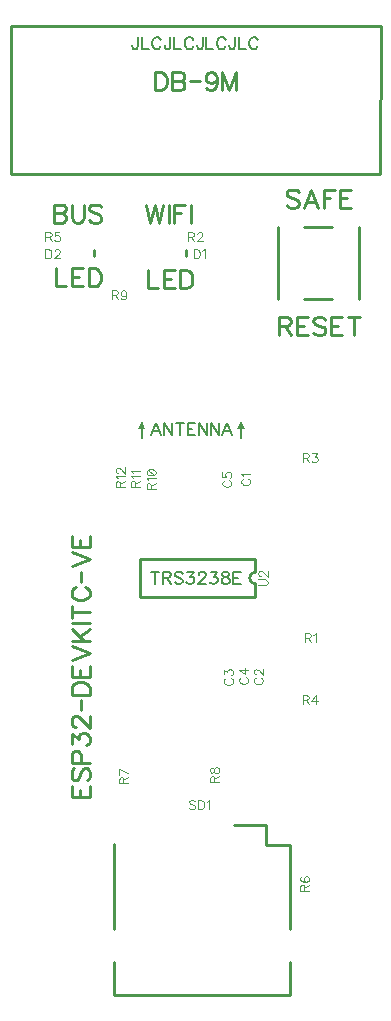
<source format=gbr>
G04 DipTrace 3.3.1.3*
G04 TopSilk.gbr*
%MOIN*%
G04 #@! TF.FileFunction,Legend,Top*
G04 #@! TF.Part,Single*
%ADD10C,0.009843*%
%ADD15C,0.005906*%
%ADD68C,0.004632*%
%ADD69C,0.009264*%
%ADD70C,0.006176*%
%FSLAX26Y26*%
G04*
G70*
G90*
G75*
G01*
G04 TopSilk*
%LPD*%
X991944Y2878539D2*
D10*
Y2858861D1*
X685693Y2878539D2*
Y2858861D1*
X408981Y3625022D2*
Y3137518D1*
X1641747Y3626359D2*
X413665D1*
X1640268Y3131280D2*
X408981D1*
X1641747Y3623784D2*
X1640268Y3137518D1*
X1387458Y2717686D2*
X1481198D1*
X1387458Y2955184D2*
X1481198D1*
X1299954Y2717686D2*
Y2955184D1*
X1568703Y2717686D2*
Y2955184D1*
X751838Y899556D2*
Y616091D1*
Y505823D2*
Y395556D1*
X1338483D1*
Y505823D1*
Y616091D2*
Y895587D1*
X1259713D1*
Y962485D1*
X1153391D1*
X1224326Y1849190D2*
X838538D1*
X1224326Y1723218D2*
X838538D1*
Y1849190D2*
Y1723218D1*
X1224326Y1849190D2*
Y1805893D1*
Y1766515D2*
Y1723218D1*
Y1805893D2*
G03X1224326Y1766515I52J-19689D01*
G01*
G36*
X1176018Y2309276D2*
X1188518Y2284276D1*
X1163516D1*
D1*
X1176018Y2309276D1*
G37*
Y2284276D2*
D15*
Y2253026D1*
G36*
X844767Y2309276D2*
X857267Y2284276D1*
X832267D1*
D1*
X844767Y2309276D1*
G37*
Y2284276D2*
D15*
Y2253026D1*
X1184334Y2117359D2*
D68*
X1181482Y2115933D1*
X1178597Y2113048D1*
X1177171Y2110196D1*
Y2104459D1*
X1178597Y2101574D1*
X1181482Y2098722D1*
X1184334Y2097263D1*
X1188645Y2095837D1*
X1195841D1*
X1200119Y2097263D1*
X1203004Y2098722D1*
X1205856Y2101574D1*
X1207315Y2104459D1*
Y2110196D1*
X1205856Y2113047D1*
X1203004Y2115933D1*
X1200119Y2117359D1*
X1182942Y2126622D2*
X1181482Y2129507D1*
X1177205Y2133818D1*
X1207315D1*
X1226191Y1454382D2*
X1223339Y1452956D1*
X1220454Y1450071D1*
X1219028Y1447219D1*
Y1441482D1*
X1220454Y1438597D1*
X1223339Y1435745D1*
X1226191Y1434286D1*
X1230502Y1432860D1*
X1237698D1*
X1241976Y1434286D1*
X1244861Y1435745D1*
X1247713Y1438597D1*
X1249172Y1441482D1*
Y1447219D1*
X1247713Y1450071D1*
X1244861Y1452956D1*
X1241976Y1454382D1*
X1226224Y1465105D2*
X1224799D1*
X1221913Y1466531D1*
X1220487Y1467957D1*
X1219062Y1470842D1*
Y1476579D1*
X1220487Y1479431D1*
X1221913Y1480857D1*
X1224799Y1482316D1*
X1227650D1*
X1230535Y1480857D1*
X1234813Y1478005D1*
X1249172Y1463646D1*
Y1483742D1*
X1126817Y1452667D2*
X1123965Y1451241D1*
X1121080Y1448356D1*
X1119654Y1445504D1*
Y1439767D1*
X1121080Y1436882D1*
X1123965Y1434030D1*
X1126817Y1432571D1*
X1131128Y1431145D1*
X1138324D1*
X1142602Y1432571D1*
X1145487Y1434030D1*
X1148339Y1436882D1*
X1149798Y1439767D1*
Y1445504D1*
X1148339Y1448356D1*
X1145487Y1451241D1*
X1142602Y1452667D1*
X1119688Y1464816D2*
Y1480568D1*
X1131161Y1471979D1*
Y1476290D1*
X1132587Y1479142D1*
X1134013Y1480567D1*
X1138324Y1482027D1*
X1141176D1*
X1145487Y1480567D1*
X1148372Y1477716D1*
X1149798Y1473405D1*
Y1469094D1*
X1148372Y1464816D1*
X1146913Y1463390D1*
X1144061Y1461931D1*
X1177317Y1455458D2*
X1174465Y1454032D1*
X1171580Y1451147D1*
X1170154Y1448295D1*
Y1442558D1*
X1171580Y1439673D1*
X1174465Y1436821D1*
X1177317Y1435362D1*
X1181628Y1433936D1*
X1188824D1*
X1193102Y1435362D1*
X1195987Y1436821D1*
X1198839Y1439673D1*
X1200298Y1442558D1*
Y1448295D1*
X1198839Y1451147D1*
X1195987Y1454032D1*
X1193102Y1455458D1*
X1200298Y1479081D2*
X1170188D1*
X1190250Y1464722D1*
Y1486244D1*
X1121510Y2111544D2*
X1118658Y2110118D1*
X1115773Y2107233D1*
X1114347Y2104381D1*
Y2098644D1*
X1115773Y2095759D1*
X1118658Y2092907D1*
X1121510Y2091448D1*
X1125821Y2090022D1*
X1133017D1*
X1137295Y2091448D1*
X1140180Y2092907D1*
X1143032Y2095759D1*
X1144491Y2098644D1*
Y2104381D1*
X1143032Y2107233D1*
X1140180Y2110118D1*
X1137295Y2111544D1*
X1114380Y2138018D2*
Y2123692D1*
X1127280Y2122266D1*
X1125854Y2123692D1*
X1124395Y2128003D1*
Y2132281D1*
X1125854Y2136592D1*
X1128706Y2139477D1*
X1133017Y2140903D1*
X1135869D1*
X1140180Y2139477D1*
X1143065Y2136592D1*
X1144491Y2132281D1*
Y2128003D1*
X1143065Y2123692D1*
X1141606Y2122266D1*
X1138754Y2120807D1*
X1018222Y2882245D2*
Y2852101D1*
X1028270D1*
X1032581Y2853560D1*
X1035466Y2856412D1*
X1036892Y2859297D1*
X1038318Y2863575D1*
Y2870771D1*
X1036892Y2875082D1*
X1035466Y2877934D1*
X1032581Y2880819D1*
X1028270Y2882245D1*
X1018222D1*
X1047582Y2876475D2*
X1050467Y2877934D1*
X1054778Y2882212D1*
Y2852101D1*
X524271Y2882245D2*
Y2852101D1*
X534319D1*
X538630Y2853560D1*
X541515Y2856412D1*
X542941Y2859297D1*
X544367Y2863575D1*
Y2870771D1*
X542941Y2875082D1*
X541515Y2877934D1*
X538630Y2880819D1*
X534319Y2882245D1*
X524271D1*
X555090Y2875049D2*
Y2876475D1*
X556516Y2879360D1*
X557942Y2880786D1*
X560827Y2882212D1*
X566564D1*
X569416Y2880786D1*
X570842Y2879360D1*
X572301Y2876475D1*
Y2873623D1*
X570842Y2870738D1*
X567990Y2866460D1*
X553631Y2852101D1*
X573727D1*
X1388515Y1587054D2*
X1401415D1*
X1405726Y1588513D1*
X1407185Y1589939D1*
X1408611Y1592791D1*
Y1595676D1*
X1407185Y1598528D1*
X1405726Y1599987D1*
X1401415Y1601413D1*
X1388515D1*
Y1571269D1*
X1398563Y1587054D2*
X1408611Y1571269D1*
X1417875Y1595643D2*
X1420760Y1597102D1*
X1425071Y1601380D1*
Y1571269D1*
X999635Y2924554D2*
X1012535D1*
X1016846Y2926013D1*
X1018305Y2927439D1*
X1019731Y2930291D1*
Y2933176D1*
X1018305Y2936028D1*
X1016846Y2937487D1*
X1012535Y2938913D1*
X999635D1*
Y2908769D1*
X1009683Y2924554D2*
X1019731Y2908769D1*
X1030453Y2931717D2*
Y2933143D1*
X1031879Y2936028D1*
X1033305Y2937454D1*
X1036190Y2938880D1*
X1041927D1*
X1044779Y2937454D1*
X1046205Y2936028D1*
X1047664Y2933143D1*
Y2930291D1*
X1046205Y2927406D1*
X1043353Y2923128D1*
X1028994Y2908769D1*
X1049090D1*
X1382064Y2187054D2*
X1394964D1*
X1399275Y2188513D1*
X1400734Y2189939D1*
X1402160Y2192791D1*
Y2195676D1*
X1400734Y2198528D1*
X1399275Y2199987D1*
X1394964Y2201413D1*
X1382064D1*
Y2171269D1*
X1392112Y2187054D2*
X1402160Y2171269D1*
X1414308Y2201380D2*
X1430060D1*
X1421471Y2189906D1*
X1425782D1*
X1428634Y2188480D1*
X1430060Y2187054D1*
X1431519Y2182743D1*
Y2179891D1*
X1430060Y2175580D1*
X1427208Y2172695D1*
X1422897Y2171269D1*
X1418586D1*
X1414308Y2172695D1*
X1412882Y2174154D1*
X1411423Y2177006D1*
X1381352Y1380804D2*
X1394252D1*
X1398563Y1382263D1*
X1400022Y1383689D1*
X1401448Y1386541D1*
Y1389426D1*
X1400022Y1392278D1*
X1398563Y1393737D1*
X1394252Y1395163D1*
X1381352D1*
Y1365019D1*
X1391400Y1380804D2*
X1401448Y1365019D1*
X1425071D2*
Y1395130D1*
X1410712Y1375067D1*
X1432234D1*
X524633Y2924556D2*
X537533D1*
X541844Y2926015D1*
X543303Y2927441D1*
X544729Y2930293D1*
Y2933178D1*
X543303Y2936030D1*
X541844Y2937489D1*
X537533Y2938915D1*
X524633D1*
Y2908771D1*
X534681Y2924556D2*
X544729Y2908771D1*
X571204Y2938882D2*
X556878D1*
X555452Y2925982D1*
X556878Y2927408D1*
X561189Y2928867D1*
X565467D1*
X569778Y2927408D1*
X572663Y2924556D1*
X574089Y2920245D1*
Y2917393D1*
X572663Y2913082D1*
X569778Y2910197D1*
X565467Y2908771D1*
X561189D1*
X556878Y2910197D1*
X555452Y2911656D1*
X553993Y2914508D1*
X1387848Y744111D2*
Y757011D1*
X1386389Y761322D1*
X1384963Y762781D1*
X1382111Y764207D1*
X1379226D1*
X1376374Y762781D1*
X1374915Y761322D1*
X1373489Y757011D1*
Y744111D1*
X1403633D1*
X1387848Y754159D2*
X1403633Y764207D1*
X1377800Y790682D2*
X1374948Y789256D1*
X1373522Y784945D1*
Y782093D1*
X1374948Y777782D1*
X1379259Y774897D1*
X1386422Y773471D1*
X1393585D1*
X1399322Y774897D1*
X1402207Y777782D1*
X1403633Y782093D1*
Y783519D1*
X1402207Y787797D1*
X1399322Y790682D1*
X1395011Y792108D1*
X1393585D1*
X1389274Y790682D1*
X1386422Y787797D1*
X1384996Y783519D1*
Y782093D1*
X1386422Y777782D1*
X1389274Y774897D1*
X1393585Y773471D1*
X784589Y1101669D2*
Y1114569D1*
X783130Y1118880D1*
X781704Y1120339D1*
X778853Y1121765D1*
X775967D1*
X773116Y1120339D1*
X771656Y1118880D1*
X770230Y1114569D1*
Y1101669D1*
X800374D1*
X784589Y1111717D2*
X800374Y1121765D1*
Y1136766D2*
X770264Y1151125D1*
Y1131029D1*
X1087848Y1105898D2*
Y1118798D1*
X1086389Y1123109D1*
X1084963Y1124568D1*
X1082111Y1125994D1*
X1079226D1*
X1076374Y1124568D1*
X1074915Y1123109D1*
X1073489Y1118798D1*
Y1105898D1*
X1103633D1*
X1087848Y1115946D2*
X1103633Y1125994D1*
X1073522Y1142421D2*
X1074948Y1138143D1*
X1077800Y1136684D1*
X1080685D1*
X1083537Y1138143D1*
X1084996Y1140995D1*
X1086422Y1146732D1*
X1087848Y1151043D1*
X1090733Y1153895D1*
X1093585Y1155321D1*
X1097896D1*
X1100748Y1153895D1*
X1102207Y1152469D1*
X1103633Y1148158D1*
Y1142421D1*
X1102207Y1138143D1*
X1100748Y1136684D1*
X1097896Y1135258D1*
X1093585D1*
X1090733Y1136684D1*
X1087848Y1139569D1*
X1086422Y1143847D1*
X1084996Y1149584D1*
X1083537Y1152469D1*
X1080685Y1153895D1*
X1077800D1*
X1074948Y1152469D1*
X1073522Y1148158D1*
Y1142421D1*
X745278Y2730804D2*
X758178D1*
X762489Y2732263D1*
X763948Y2733689D1*
X765374Y2736541D1*
Y2739426D1*
X763948Y2742278D1*
X762489Y2743737D1*
X758178Y2745163D1*
X745278D1*
Y2715019D1*
X755326Y2730804D2*
X765374Y2715019D1*
X793308Y2735115D2*
X791849Y2730804D1*
X788997Y2727919D1*
X784686Y2726493D1*
X783260D1*
X778949Y2727919D1*
X776097Y2730804D1*
X774638Y2735115D1*
Y2736541D1*
X776097Y2740852D1*
X778949Y2743704D1*
X783260Y2745130D1*
X784686D1*
X788997Y2743704D1*
X791849Y2740852D1*
X793308Y2735115D1*
Y2727919D1*
X791849Y2720756D1*
X788997Y2716445D1*
X784686Y2715019D1*
X781834D1*
X777523Y2716445D1*
X776097Y2719330D1*
X875886Y2082269D2*
Y2095169D1*
X874427Y2099480D1*
X873001Y2100939D1*
X870149Y2102365D1*
X867264D1*
X864412Y2100939D1*
X862953Y2099480D1*
X861527Y2095169D1*
Y2082269D1*
X891671D1*
X875886Y2092317D2*
X891671Y2102365D1*
X867297Y2111628D2*
X865838Y2114513D1*
X861560Y2118824D1*
X891671D1*
X861560Y2136710D2*
X862986Y2132399D1*
X867297Y2129514D1*
X874460Y2128088D1*
X878771D1*
X885934Y2129514D1*
X890245Y2132399D1*
X891671Y2136710D1*
Y2139562D1*
X890245Y2143873D1*
X885934Y2146725D1*
X878771Y2148184D1*
X874460D1*
X867297Y2146725D1*
X862986Y2143873D1*
X861560Y2139562D1*
Y2136710D1*
X867297Y2146725D2*
X885934Y2129514D1*
X823785Y2090246D2*
Y2103146D1*
X822326Y2107457D1*
X820900Y2108916D1*
X818048Y2110342D1*
X815163D1*
X812311Y2108916D1*
X810852Y2107457D1*
X809426Y2103146D1*
Y2090246D1*
X839570D1*
X823785Y2100294D2*
X839570Y2110342D1*
X815196Y2119606D2*
X813737Y2122491D1*
X809459Y2126802D1*
X839570D1*
X815196Y2136065D2*
X813737Y2138950D1*
X809459Y2143261D1*
X839570D1*
X773235Y2088752D2*
Y2101652D1*
X771776Y2105963D1*
X770350Y2107422D1*
X767498Y2108848D1*
X764613D1*
X761761Y2107422D1*
X760302Y2105963D1*
X758876Y2101652D1*
Y2088752D1*
X789020D1*
X773235Y2098800D2*
X789020Y2108848D1*
X764646Y2118111D2*
X763187Y2120996D1*
X758909Y2125307D1*
X789020D1*
X766072Y2136030D2*
X764646D1*
X761761Y2137456D1*
X760335Y2138882D1*
X758909Y2141767D1*
Y2147504D1*
X760335Y2150356D1*
X761761Y2151782D1*
X764646Y2153241D1*
X767498D1*
X770383Y2151782D1*
X774661Y2148930D1*
X789020Y2134571D1*
Y2154667D1*
X1023937Y1041509D2*
X1021085Y1044394D1*
X1016774Y1045820D1*
X1011037D1*
X1006726Y1044394D1*
X1003841Y1041509D1*
Y1038657D1*
X1005300Y1035772D1*
X1006726Y1034346D1*
X1009577Y1032920D1*
X1018200Y1030035D1*
X1021085Y1028609D1*
X1022511Y1027150D1*
X1023937Y1024298D1*
Y1019987D1*
X1021085Y1017135D1*
X1016774Y1015676D1*
X1011037D1*
X1006726Y1017135D1*
X1003841Y1019987D1*
X1033200Y1045820D2*
Y1015676D1*
X1043248D1*
X1047559Y1017135D1*
X1050444Y1019987D1*
X1051870Y1022872D1*
X1053296Y1027150D1*
Y1034346D1*
X1051870Y1038657D1*
X1050444Y1041509D1*
X1047559Y1044394D1*
X1043248Y1045820D1*
X1033200D1*
X1062560Y1040050D2*
X1065445Y1041509D1*
X1069756Y1045787D1*
Y1015676D1*
X1234501Y1761476D2*
X1256023D1*
X1260334Y1762902D1*
X1263186Y1765787D1*
X1264645Y1770098D1*
Y1772950D1*
X1263186Y1777261D1*
X1260334Y1780146D1*
X1256023Y1781572D1*
X1234501D1*
X1241697Y1792295D2*
X1240271D1*
X1237386Y1793721D1*
X1235960Y1795147D1*
X1234534Y1798032D1*
Y1803769D1*
X1235960Y1806621D1*
X1237386Y1808047D1*
X1240271Y1809506D1*
X1243123D1*
X1246008Y1808047D1*
X1250286Y1805195D1*
X1264645Y1790836D1*
Y1810932D1*
X553115Y3031069D2*
D69*
Y2970781D1*
X578981D1*
X587603Y2973699D1*
X590455Y2976551D1*
X593307Y2982255D1*
Y2990877D1*
X590455Y2996647D1*
X587603Y2999499D1*
X578981Y3002351D1*
X587603Y3005269D1*
X590455Y3008121D1*
X593307Y3013825D1*
Y3019595D1*
X590455Y3025299D1*
X587603Y3028217D1*
X578981Y3031069D1*
X553115D1*
Y3002351D2*
X578981D1*
X611834Y3031069D2*
Y2988025D1*
X614686Y2979403D1*
X620456Y2973699D1*
X629078Y2970781D1*
X634782D1*
X643404Y2973699D1*
X649174Y2979403D1*
X652026Y2988025D1*
Y3031069D1*
X710745Y3022447D2*
X705041Y3028217D1*
X696419Y3031069D1*
X684945D1*
X676323Y3028217D1*
X670553Y3022447D1*
Y3016743D1*
X673471Y3010973D1*
X676323Y3008121D1*
X682027Y3005269D1*
X699271Y2999499D1*
X705041Y2996647D1*
X707893Y2993729D1*
X710745Y2988025D1*
Y2979403D1*
X705041Y2973699D1*
X696419Y2970781D1*
X684945D1*
X676323Y2973699D1*
X670553Y2979403D1*
X859364Y3031069D2*
X873756Y2970781D1*
X888082Y3031069D1*
X902408Y2970781D1*
X916800Y3031069D1*
X935327D2*
Y2970781D1*
X991195Y3031069D2*
X953855D1*
Y2970781D1*
Y3002351D2*
X976802D1*
X1009722Y3031069D2*
Y2970781D1*
X559364Y2818569D2*
Y2758281D1*
X593786D1*
X649587Y2818569D2*
X612313D1*
Y2758281D1*
X649587D1*
X612313Y2789851D2*
X635261D1*
X668114Y2818569D2*
Y2758281D1*
X688210D1*
X696832Y2761199D1*
X702602Y2766903D1*
X705454Y2772673D1*
X708306Y2781229D1*
Y2795621D1*
X705454Y2804243D1*
X702602Y2809947D1*
X696832Y2815717D1*
X688210Y2818569D1*
X668114D1*
X865614Y2812318D2*
Y2752030D1*
X900035D1*
X955836Y2812318D2*
X918563D1*
Y2752030D1*
X955836D1*
X918563Y2783600D2*
X941510D1*
X974363Y2812318D2*
Y2752030D1*
X994459D1*
X1003081Y2754948D1*
X1008852Y2760652D1*
X1011704Y2766422D1*
X1014555Y2774978D1*
Y2789370D1*
X1011704Y2797992D1*
X1008852Y2803696D1*
X1003081Y2809466D1*
X994459Y2812318D1*
X974363D1*
X1368306Y3072447D2*
X1362602Y3078217D1*
X1353980Y3081069D1*
X1342506D1*
X1333884Y3078217D1*
X1328114Y3072447D1*
Y3066743D1*
X1331032Y3060973D1*
X1333884Y3058121D1*
X1339588Y3055269D1*
X1356832Y3049499D1*
X1362602Y3046647D1*
X1365454Y3043729D1*
X1368306Y3038025D1*
Y3029403D1*
X1362602Y3023699D1*
X1353980Y3020781D1*
X1342506D1*
X1333884Y3023699D1*
X1328114Y3029403D1*
X1432795Y3020781D2*
X1409781Y3081069D1*
X1386833Y3020781D1*
X1395455Y3040877D2*
X1424173D1*
X1488662Y3081069D2*
X1451322D1*
Y3020781D1*
Y3052351D2*
X1474270D1*
X1544463Y3081069D2*
X1507189D1*
Y3020781D1*
X1544463D1*
X1507189Y3052351D2*
X1530137D1*
X1303114Y2627351D2*
X1328913D1*
X1337535Y2630269D1*
X1340454Y2633121D1*
X1343306Y2638825D1*
Y2644595D1*
X1340454Y2650299D1*
X1337535Y2653217D1*
X1328913Y2656069D1*
X1303114D1*
Y2595781D1*
X1323210Y2627351D2*
X1343306Y2595781D1*
X1399106Y2656069D2*
X1361833D1*
Y2595781D1*
X1399106D1*
X1361833Y2627351D2*
X1384781D1*
X1457826Y2647447D2*
X1452122Y2653217D1*
X1443500Y2656069D1*
X1432026D1*
X1423404Y2653217D1*
X1417634Y2647447D1*
Y2641743D1*
X1420552Y2635973D1*
X1423404Y2633121D1*
X1429108Y2630269D1*
X1446352Y2624499D1*
X1452122Y2621647D1*
X1454974Y2618729D1*
X1457826Y2613025D1*
Y2604403D1*
X1452122Y2598699D1*
X1443500Y2595781D1*
X1432026D1*
X1423404Y2598699D1*
X1417634Y2604403D1*
X1513626Y2656069D2*
X1476353D1*
Y2595781D1*
X1513626D1*
X1476353Y2627351D2*
X1499301D1*
X1552250Y2656069D2*
Y2595781D1*
X1532154Y2656069D2*
X1572346D1*
X889035Y3472430D2*
Y3412142D1*
X909131D1*
X917753Y3415060D1*
X923523Y3420764D1*
X926375Y3426534D1*
X929227Y3435090D1*
Y3449482D1*
X926375Y3458104D1*
X923523Y3463808D1*
X917753Y3469578D1*
X909131Y3472430D1*
X889035D1*
X947754D2*
Y3412142D1*
X973620D1*
X982242Y3415060D1*
X985094Y3417912D1*
X987946Y3423616D1*
Y3432238D1*
X985094Y3438008D1*
X982242Y3440860D1*
X973620Y3443712D1*
X982242Y3446630D1*
X985094Y3449482D1*
X987946Y3455186D1*
Y3460956D1*
X985094Y3466659D1*
X982242Y3469578D1*
X973620Y3472430D1*
X947754D1*
Y3443712D2*
X973620D1*
X1006473Y3442252D2*
X1039635D1*
X1095502Y3452334D2*
X1092584Y3443712D1*
X1086880Y3437941D1*
X1078258Y3435090D1*
X1075406D1*
X1066784Y3437941D1*
X1061080Y3443712D1*
X1058162Y3452334D1*
Y3455186D1*
X1061080Y3463808D1*
X1066784Y3469511D1*
X1075406Y3472363D1*
X1078258D1*
X1086880Y3469511D1*
X1092584Y3463808D1*
X1095502Y3452334D1*
Y3437941D1*
X1092584Y3423616D1*
X1086880Y3414994D1*
X1078258Y3412142D1*
X1072554D1*
X1063932Y3414994D1*
X1061080Y3420764D1*
X1159925Y3412142D2*
Y3472430D1*
X1136977Y3412142D1*
X1114029Y3472430D1*
Y3412142D1*
X889968Y1806603D2*
D70*
Y1766411D1*
X876571Y1806603D2*
X903366D1*
X915717Y1787457D2*
X932917D1*
X938665Y1789403D1*
X940610Y1791304D1*
X942512Y1795107D1*
Y1798954D1*
X940610Y1802756D1*
X938665Y1804702D1*
X932917Y1806603D1*
X915717D1*
Y1766411D1*
X929114Y1787457D2*
X942512Y1766411D1*
X981658Y1800855D2*
X977855Y1804702D1*
X972107Y1806603D1*
X964458D1*
X958710Y1804702D1*
X954863Y1800855D1*
Y1797052D1*
X956809Y1793206D1*
X958710Y1791304D1*
X962512Y1789403D1*
X974008Y1785556D1*
X977855Y1783655D1*
X979757Y1781709D1*
X981658Y1777907D1*
Y1772159D1*
X977855Y1768356D1*
X972107Y1766411D1*
X964458D1*
X958710Y1768356D1*
X954863Y1772159D1*
X997856Y1806559D2*
X1018858D1*
X1007407Y1791260D1*
X1013155D1*
X1016957Y1789359D1*
X1018858Y1787457D1*
X1020804Y1781709D1*
Y1777907D1*
X1018858Y1772159D1*
X1015056Y1768312D1*
X1009308Y1766411D1*
X1003560D1*
X997856Y1768312D1*
X995955Y1770258D1*
X994009Y1774060D1*
X1035101Y1797008D2*
Y1798909D1*
X1037002Y1802756D1*
X1038903Y1804657D1*
X1042750Y1806559D1*
X1050399D1*
X1054202Y1804657D1*
X1056103Y1802756D1*
X1058049Y1798909D1*
Y1795107D1*
X1056103Y1791260D1*
X1052301Y1785556D1*
X1033155Y1766411D1*
X1059950D1*
X1076148Y1806559D2*
X1097151D1*
X1085699Y1791260D1*
X1091447D1*
X1095249Y1789359D1*
X1097151Y1787457D1*
X1099096Y1781709D1*
Y1777907D1*
X1097151Y1772159D1*
X1093348Y1768312D1*
X1087600Y1766411D1*
X1081852D1*
X1076148Y1768312D1*
X1074247Y1770258D1*
X1072301Y1774060D1*
X1120998Y1806559D2*
X1115294Y1804657D1*
X1113349Y1800855D1*
Y1797008D1*
X1115294Y1793206D1*
X1119097Y1791260D1*
X1126746Y1789359D1*
X1132494Y1787457D1*
X1136297Y1783611D1*
X1138198Y1779808D1*
Y1774060D1*
X1136297Y1770258D1*
X1134395Y1768312D1*
X1128647Y1766411D1*
X1120998D1*
X1115294Y1768312D1*
X1113349Y1770258D1*
X1111447Y1774060D1*
Y1779808D1*
X1113349Y1783611D1*
X1117195Y1787457D1*
X1122899Y1789359D1*
X1130549Y1791260D1*
X1134395Y1793206D1*
X1136297Y1797008D1*
Y1800855D1*
X1134395Y1804657D1*
X1128647Y1806559D1*
X1120998D1*
X1175398Y1806603D2*
X1150549D1*
Y1766411D1*
X1175398D1*
X1150549Y1787457D2*
X1165848D1*
X832865Y3589444D2*
Y3558847D1*
X830963Y3553099D1*
X829018Y3551198D1*
X825215Y3549252D1*
X821369D1*
X817566Y3551198D1*
X815665Y3553099D1*
X813719Y3558847D1*
Y3562649D1*
X845216Y3589444D2*
Y3549252D1*
X868164D1*
X909211Y3579893D2*
X907310Y3583696D1*
X903463Y3587543D1*
X899661Y3589444D1*
X892011D1*
X888165Y3587543D1*
X884362Y3583696D1*
X882417Y3579893D1*
X880515Y3574145D1*
Y3564551D1*
X882417Y3558847D1*
X884362Y3555000D1*
X888165Y3551198D1*
X892011Y3549252D1*
X899661D1*
X903463Y3551198D1*
X907310Y3555000D1*
X909211Y3558847D1*
X940708Y3589444D2*
Y3558847D1*
X938807Y3553099D1*
X936861Y3551198D1*
X933059Y3549252D1*
X929212D1*
X925409Y3551198D1*
X923508Y3553099D1*
X921563Y3558847D1*
Y3562649D1*
X953059Y3589444D2*
Y3549252D1*
X976007D1*
X1017055Y3579893D2*
X1015153Y3583696D1*
X1011307Y3587543D1*
X1007504Y3589444D1*
X999855D1*
X996008Y3587543D1*
X992206Y3583696D1*
X990260Y3579893D1*
X988359Y3574145D1*
Y3564551D1*
X990260Y3558847D1*
X992206Y3555000D1*
X996008Y3551198D1*
X999855Y3549252D1*
X1007504D1*
X1011307Y3551198D1*
X1015153Y3555000D1*
X1017055Y3558847D1*
X1048551Y3589444D2*
Y3558847D1*
X1046650Y3553099D1*
X1044705Y3551198D1*
X1040902Y3549252D1*
X1037055D1*
X1033253Y3551198D1*
X1031352Y3553099D1*
X1029406Y3558847D1*
Y3562649D1*
X1060903Y3589444D2*
Y3549252D1*
X1083851D1*
X1124898Y3579893D2*
X1122997Y3583696D1*
X1119150Y3587543D1*
X1115348Y3589444D1*
X1107698D1*
X1103851Y3587543D1*
X1100049Y3583696D1*
X1098103Y3579893D1*
X1096202Y3574145D1*
Y3564551D1*
X1098103Y3558847D1*
X1100049Y3555000D1*
X1103851Y3551198D1*
X1107698Y3549252D1*
X1115348D1*
X1119150Y3551198D1*
X1122997Y3555000D1*
X1124898Y3558847D1*
X1156395Y3589444D2*
Y3558847D1*
X1154494Y3553099D1*
X1152548Y3551198D1*
X1148746Y3549252D1*
X1144899D1*
X1141096Y3551198D1*
X1139195Y3553099D1*
X1137250Y3558847D1*
Y3562649D1*
X1168746Y3589444D2*
Y3549252D1*
X1191694D1*
X1232742Y3579893D2*
X1230840Y3583696D1*
X1226994Y3587543D1*
X1223191Y3589444D1*
X1215542D1*
X1211695Y3587543D1*
X1207892Y3583696D1*
X1205947Y3579893D1*
X1204046Y3574145D1*
Y3564551D1*
X1205947Y3558847D1*
X1207892Y3555000D1*
X1211695Y3551198D1*
X1215542Y3549252D1*
X1223191D1*
X1226994Y3551198D1*
X1230840Y3555000D1*
X1232742Y3558847D1*
X611634Y1092743D2*
D69*
Y1055470D1*
X671922D1*
Y1092743D1*
X640352Y1055470D2*
Y1078418D1*
X620256Y1151462D2*
X614486Y1145759D1*
X611634Y1137137D1*
Y1125663D1*
X614486Y1117041D1*
X620256Y1111271D1*
X625960D1*
X631730Y1114189D1*
X634582Y1117041D1*
X637434Y1122744D1*
X643204Y1139989D1*
X646056Y1145759D1*
X648974Y1148611D1*
X654678Y1151462D1*
X663300D1*
X669004Y1145759D1*
X671922Y1137137D1*
Y1125663D1*
X669004Y1117041D1*
X663300Y1111270D1*
X643204Y1169990D2*
Y1195856D1*
X640352Y1204411D1*
X637434Y1207330D1*
X631730Y1210182D1*
X623108D1*
X617404Y1207330D1*
X614486Y1204411D1*
X611634Y1195856D1*
Y1169990D1*
X671922D1*
X611700Y1234479D2*
Y1265982D1*
X634648Y1248805D1*
Y1257427D1*
X637500Y1263131D1*
X640352Y1265982D1*
X648974Y1268901D1*
X654678D1*
X663300Y1265982D1*
X669070Y1260279D1*
X671922Y1251657D1*
Y1243035D1*
X669070Y1234479D1*
X666152Y1231627D1*
X660448Y1228709D1*
X626026Y1290346D2*
X623174D1*
X617404Y1293198D1*
X614552Y1296050D1*
X611700Y1301820D1*
Y1313294D1*
X614552Y1318998D1*
X617404Y1321850D1*
X623174Y1324768D1*
X628878D1*
X634648Y1321850D1*
X643204Y1316146D1*
X671922Y1287428D1*
Y1327620D1*
X641811Y1346147D2*
Y1379309D1*
X611634Y1397836D2*
X671922D1*
Y1417932D1*
X669004Y1426554D1*
X663300Y1432324D1*
X657530Y1435176D1*
X648974Y1438028D1*
X634582D1*
X625960Y1435176D1*
X620256Y1432324D1*
X614486Y1426554D1*
X611634Y1417932D1*
Y1397836D1*
Y1493829D2*
Y1456555D1*
X671922D1*
Y1493829D1*
X640352Y1456555D2*
Y1479503D1*
X611634Y1512356D2*
X671922Y1535304D1*
X611634Y1558251D1*
Y1576779D2*
X671922D1*
X611634Y1616971D2*
X651826Y1576779D1*
X637434Y1591104D2*
X671922Y1616971D1*
X611634Y1635498D2*
X671922D1*
X611634Y1674121D2*
X671922D1*
X611634Y1654025D2*
Y1694217D1*
X625960Y1755788D2*
X620256Y1752936D1*
X614486Y1747166D1*
X611634Y1741462D1*
Y1729988D1*
X614486Y1724218D1*
X620256Y1718514D1*
X625960Y1715596D1*
X634582Y1712744D1*
X648974D1*
X657530Y1715596D1*
X663300Y1718514D1*
X669004Y1724218D1*
X671922Y1729988D1*
Y1741462D1*
X669004Y1747166D1*
X663300Y1752936D1*
X657530Y1755788D1*
X641811Y1774315D2*
Y1807477D1*
X611634Y1826004D2*
X671922Y1848952D1*
X611634Y1871899D1*
Y1927700D2*
Y1890427D1*
X671922D1*
Y1927700D1*
X640352Y1890427D2*
Y1913374D1*
X907990Y2262074D2*
D70*
X892647Y2302266D1*
X877348Y2262074D1*
X883096Y2275472D2*
X902242D1*
X947136Y2302266D2*
Y2262074D1*
X920341Y2302266D1*
Y2262074D1*
X972885Y2302266D2*
Y2262074D1*
X959487Y2302266D2*
X986282D1*
X1023482D2*
X998633D1*
Y2262074D1*
X1023482D1*
X998633Y2283121D2*
X1013932D1*
X1062629Y2302266D2*
Y2262074D1*
X1035834Y2302266D1*
Y2262074D1*
X1101775Y2302266D2*
Y2262074D1*
X1074980Y2302266D1*
Y2262074D1*
X1144767D2*
X1129425Y2302266D1*
X1114126Y2262074D1*
X1119874Y2275472D2*
X1139019D1*
M02*

</source>
